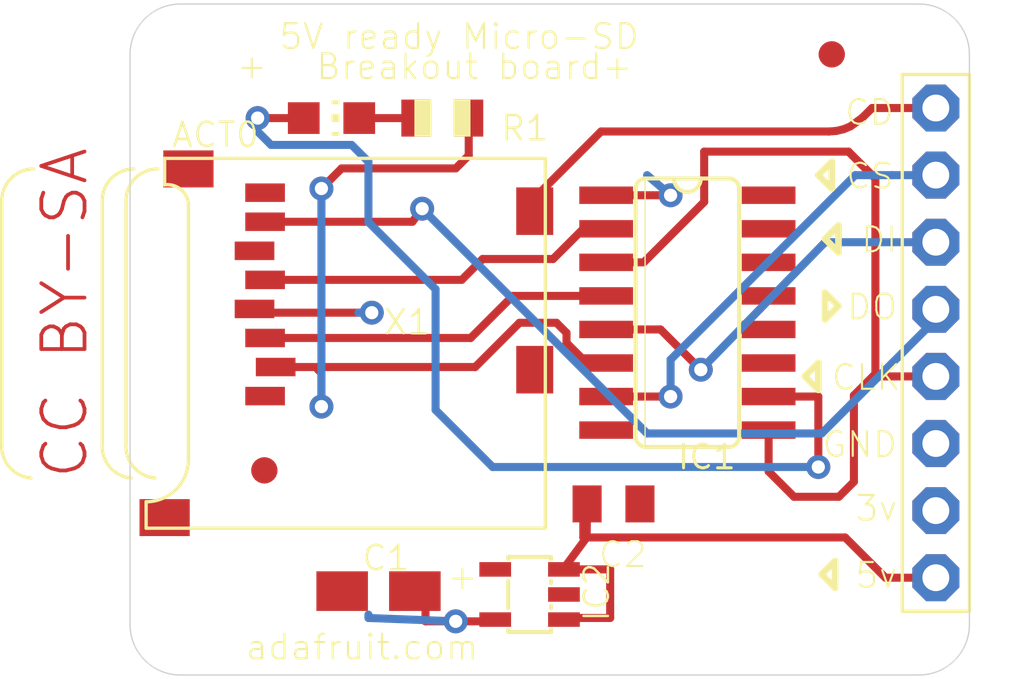
<source format=kicad_pcb>
(kicad_pcb (version 20221018) (generator pcbnew)
  (layers (0 "F.Cu" signal) (1 "In1.Cu" signal) (2 "In2.Cu" signal) (3 "In3.Cu" signal) (4 "In4.Cu" signal) (5 "In5.Cu" signal) (6 "In6.Cu" signal) (7 "In7.Cu" signal) (8 "In8.Cu" signal) (9 "In9.Cu" signal) (10 "In10.Cu" signal) (11 "In11.Cu" signal) (12 "In12.Cu" signal) (13 "In13.Cu" signal) (14 "In14.Cu" signal) (31 "B.Cu" signal) (34 "B.Paste" user) (35 "F.Paste" user) (36 "B.SilkS" user "B.Silkscreen") (37 "F.SilkS" user "F.Silkscreen") (38 "B.Mask" user) (39 "F.Mask" user) (44 "Edge.Cuts" user))
  (net 0 "")
  (net 1 "GND")
  (net 2 "+3V3")
  (net 3 "N$1")
  (net 4 "N$2")
  (net 5 "N$3")
  (net 6 "VCC")
  (net 7 "CD")
  (net 8 "DO")
  (net 9 "DI")
  (net 10 "CLK")
  (net 11 "CS")
  (net 12 "N$4")
  (net 13 "N$5")
  (footprint "" (layer "F.Cu") (at 135.1661 115.1636)
    (fp_text reference "@HOLE1" hide)
    (fp_text value "" (at 0 0) (layer "F.SilkS") (effects (font (size 1.27 1.27))))
    (pad "" np_thru_hole circle (at 0 0) (size 2.2 2.2) (drill 2.2) (layers "*.Cu" "*.Mask"))
  )
  (footprint "" (layer "F.Cu") (at 135.1661 94.8436)
    (fp_text reference "@HOLE0" hide)
    (fp_text value "" (at 0 0) (layer "F.SilkS") (effects (font (size 1.27 1.27))))
    (pad "" np_thru_hole circle (at 0 0) (size 2.2 2.2) (drill 2.2) (layers "*.Cu" "*.Mask"))
  )
  (footprint "microsd:FIDUCIAL_1MM" (layer "F.Cu") (at 137.7061 109.9566)
    (fp_text reference "U$1" hide)
    (fp_text value "FIDUCIAL" hide)
    (pad "1" smd roundrect (at 0 0) (size 1 1) (layers "F.Cu") (roundrect_rratio 0.5))
  )
  (footprint "microsd:CHIP-LED0805" (layer "F.Cu") (at 140.2461 96.6216 -90)
    (fp_text reference "ACT0" (at 0.635 6.096) (layer "F.SilkS") (effects (font (size 0.922528 0.922528) (thickness 0.093472)) (justify left)))
    (fp_text value "RED")
    (fp_text user "+" (at -1.27 2.54 -90) (layer "F.SilkS") (effects (font (size 0.93472 0.93472) (thickness 0.08128)) (justify left bottom)))
    (fp_poly (pts (xy -0.675 0) (xy -0.525 0) (xy -0.525 -0.3) (xy -0.675 -0.3)) (fill solid) (layer "F.SilkS"))
    (fp_poly (pts (xy -0.15 0) (xy 0.15 0) (xy 0.15 -0.3) (xy -0.15 -0.3)) (fill solid) (layer "F.SilkS"))
    (fp_poly (pts (xy 0.525 0) (xy 0.675 0) (xy 0.675 -0.3) (xy 0.525 -0.3)) (fill solid) (layer "F.SilkS"))
    (pad "A" smd rect (at 0 1.05 270) (size 1.2 1.2) (layers "F.Cu" "F.Paste" "F.Mask") (net 3 "N$1"))
    (pad "C" smd rect (at 0 -1.05 270) (size 1.2 1.2) (layers "F.Cu" "F.Paste" "F.Mask") (net 12 "N$4"))
  )
  (footprint "microsd:1X08-BIG" (layer "F.Cu") (at 163.1061 105.1306 90)
    (fp_text reference "JP1" hide)
    (fp_text value "")
    (fp_line (start -10.16 -1.27) (end 10.16 -1.27) (stroke (width 0.127)) (layer "F.SilkS"))
    (fp_line (start -10.16 1.27) (end -10.16 -1.27) (stroke (width 0.127)) (layer "F.SilkS"))
    (fp_line (start 10.16 -1.27) (end 10.16 1.27) (stroke (width 0.127)) (layer "F.SilkS"))
    (fp_line (start 10.16 1.27) (end -10.16 1.27) (stroke (width 0.127)) (layer "F.SilkS"))
    (pad "1" thru_hole roundrect (at -8.89 0 180) (size 1.778 1.778) (drill 1.016) (layers "*.Cu" "*.Mask") (chamfer_ratio 0.2928932188) (chamfer top_left top_right bottom_left bottom_right) (net 6 "VCC"))
    (pad "2" thru_hole roundrect (at -6.35 0 180) (size 1.778 1.778) (drill 1.016) (layers "*.Cu" "*.Mask") (chamfer_ratio 0.2928932188) (chamfer top_left top_right bottom_left bottom_right) (net 2 "+3V3"))
    (pad "3" thru_hole roundrect (at -3.81 0 180) (size 1.778 1.778) (drill 1.016) (layers "*.Cu" "*.Mask") (chamfer_ratio 0.2928932188) (chamfer top_left top_right bottom_left bottom_right) (net 1 "GND"))
    (pad "4" thru_hole roundrect (at -1.27 0 180) (size 1.778 1.778) (drill 1.016) (layers "*.Cu" "*.Mask") (chamfer_ratio 0.2928932188) (chamfer top_left top_right bottom_left bottom_right) (net 10 "CLK"))
    (pad "5" thru_hole roundrect (at 1.27 0 180) (size 1.778 1.778) (drill 1.016) (layers "*.Cu" "*.Mask") (chamfer_ratio 0.2928932188) (chamfer top_left top_right bottom_left bottom_right) (net 8 "DO"))
    (pad "6" thru_hole roundrect (at 3.81 0 180) (size 1.778 1.778) (drill 1.016) (layers "*.Cu" "*.Mask") (chamfer_ratio 0.2928932188) (chamfer top_left top_right bottom_left bottom_right) (net 9 "DI"))
    (pad "7" thru_hole roundrect (at 6.35 0 180) (size 1.778 1.778) (drill 1.016) (layers "*.Cu" "*.Mask") (chamfer_ratio 0.2928932188) (chamfer top_left top_right bottom_left bottom_right) (net 11 "CS"))
    (pad "8" thru_hole roundrect (at 8.89 0 180) (size 1.778 1.778) (drill 1.016) (layers "*.Cu" "*.Mask") (chamfer_ratio 0.2928932188) (chamfer top_left top_right bottom_left bottom_right) (net 7 "CD"))
  )
  (footprint "microsd:FIDUCIAL_1MM" (layer "F.Cu") (at 159.1691 94.2086)
    (fp_text reference "U$2" hide)
    (fp_text value "FIDUCIAL" hide)
    (pad "1" smd roundrect (at 0 0) (size 1 1) (layers "F.Cu") (roundrect_rratio 0.5))
  )
  (footprint "" (layer "F.Cu") (at 155.4861 94.8436)
    (fp_text reference "@HOLE2" hide)
    (fp_text value "" (at 0 0) (layer "F.SilkS") (effects (font (size 1.27 1.27))))
    (pad "" np_thru_hole circle (at 0 0) (size 2.2 2.2) (drill 2.2) (layers "*.Cu" "*.Mask"))
  )
  (footprint "microsd:SOT23-5L" (layer "F.Cu") (at 147.7391 114.6556 90)
    (fp_text reference "IC2" (at 1.27 2.54 90) (layer "F.SilkS") (effects (font (size 0.922528 0.922528) (thickness 0.093472)) (justify right)))
    (fp_text value "LP298XS")
    (fp_line (start -1.422 -0.81) (end -1.328 -0.81) (stroke (width 0.1524)) (layer "F.SilkS"))
    (fp_line (start -1.422 0.81) (end -1.422 -0.81) (stroke (width 0.1524)) (layer "F.SilkS"))
    (fp_line (start -1.328 0.81) (end -1.422 0.81) (stroke (width 0.1524)) (layer "F.SilkS"))
    (fp_line (start -0.522 -0.81) (end 0.522 -0.81) (stroke (width 0.1524)) (layer "F.SilkS"))
    (fp_line (start -0.428 0.81) (end -0.522 0.81) (stroke (width 0.1524)) (layer "F.SilkS"))
    (fp_line (start 0.522 0.81) (end 0.428 0.81) (stroke (width 0.1524)) (layer "F.SilkS"))
    (fp_line (start 1.328 -0.81) (end 1.422 -0.81) (stroke (width 0.1524)) (layer "F.SilkS"))
    (fp_line (start 1.422 -0.81) (end 1.422 0.81) (stroke (width 0.1524)) (layer "F.SilkS"))
    (fp_line (start 1.422 0.81) (end 1.328 0.81) (stroke (width 0.1524)) (layer "F.SilkS"))
    (pad "1" smd rect (at -0.95 1.3 90) (size 0.55 1.2) (layers "F.Cu" "F.Paste" "F.Mask") (net 6 "VCC"))
    (pad "2" smd rect (at 0 1.3 90) (size 0.55 1.2) (layers "F.Cu" "F.Paste" "F.Mask") (net 1 "GND"))
    (pad "3" smd rect (at 0.95 1.3 90) (size 0.55 1.2) (layers "F.Cu" "F.Paste" "F.Mask") (net 6 "VCC"))
    (pad "4" smd rect (at 0.95 -1.3 90) (size 0.55 1.2) (layers "F.Cu" "F.Paste" "F.Mask"))
    (pad "5" smd rect (at -0.95 -1.3 90) (size 0.55 1.2) (layers "F.Cu" "F.Paste" "F.Mask") (net 2 "+3V3"))
  )
  (footprint "microsd:MICROSD" (layer "F.Cu") (at 148.3741 98.1456 -90)
    (fp_text reference "X1" (at 6.199 6.206) (layer "F.SilkS") (effects (font (size 0.922528 0.922528) (thickness 0.093472)) (justify left)))
    (fp_text value "MICROSD" hide)
    (fp_line (start 0 0.04) (end 0 14.44) (stroke (width 0.127)) (layer "F.SilkS"))
    (fp_line (start 0 14.44) (end 1 14.44) (stroke (width 0.127)) (layer "F.SilkS"))
    (fp_line (start 1.6 15.9) (end 10.8 15.9) (stroke (width 0.127)) (layer "F.SilkS"))
    (fp_line (start 1.6 16.8) (end 10.8 16.8) (stroke (width 0.127)) (layer "F.SilkS"))
    (fp_line (start 1.6 20.6) (end 10.8 20.6) (stroke (width 0.127)) (layer "F.SilkS"))
    (fp_line (start 1.7 13.54) (end 11.4 13.54) (stroke (width 0.127)) (layer "F.SilkS"))
    (fp_line (start 13 15.14) (end 14 15.14) (stroke (width 0.127)) (layer "F.SilkS"))
    (fp_line (start 14 0.04) (end 0 0.04) (stroke (width 0.127)) (layer "F.SilkS"))
    (fp_line (start 14 15.14) (end 14 0.04) (stroke (width 0.127)) (layer "F.SilkS"))
    (fp_arc (start 1 14.44) (mid 1.163604 13.845025) (end 1.7 13.54) (stroke (width 0.127)) (layer "F.SilkS"))
    (fp_arc (start 1.6 15.9) (mid 0.751472 15.548528) (end 0.4 14.7) (stroke (width 0.127)) (layer "F.SilkS"))
    (fp_arc (start 1.6 16.8) (mid 0.751472 16.448528) (end 0.4 15.6) (stroke (width 0.127)) (layer "F.SilkS"))
    (fp_arc (start 1.6 20.6) (mid 0.751472 20.248528) (end 0.4 19.4) (stroke (width 0.127)) (layer "F.SilkS"))
    (fp_arc (start 11.4 13.54) (mid 12.531371 14.008629) (end 13 15.14) (stroke (width 0.127)) (layer "F.SilkS"))
    (fp_arc (start 12.1 14.8) (mid 11.677817 15.619239) (end 10.8 15.9) (stroke (width 0.127)) (layer "F.SilkS"))
    (fp_arc (start 12.1 15.7) (mid 11.677817 16.519239) (end 10.8 16.8) (stroke (width 0.127)) (layer "F.SilkS"))
    (fp_arc (start 12.1 19.5) (mid 11.677817 20.319239) (end 10.8 20.6) (stroke (width 0.127)) (layer "F.SilkS"))
    (pad "1" smd rect (at 9 10.64 270) (size 0.7 1.5) (layers "F.Cu" "F.Paste" "F.Mask"))
    (pad "2" smd rect (at 7.9 10.24 270) (size 0.7 1.5) (layers "F.Cu" "F.Paste" "F.Mask") (net 5 "N$3"))
    (pad "3" smd rect (at 6.8 10.64 270) (size 0.7 1.5) (layers "F.Cu" "F.Paste" "F.Mask") (net 13 "N$5"))
    (pad "4" smd rect (at 5.7 11.04 270) (size 0.7 1.5) (layers "F.Cu" "F.Paste" "F.Mask") (net 2 "+3V3"))
    (pad "5" smd rect (at 4.6 10.64 270) (size 0.7 1.5) (layers "F.Cu" "F.Paste" "F.Mask") (net 4 "N$2"))
    (pad "6" smd rect (at 3.5 11.04 270) (size 0.7 1.5) (layers "F.Cu" "F.Paste" "F.Mask") (net 1 "GND"))
    (pad "7" smd rect (at 2.4 10.64 270) (size 0.7 1.5) (layers "F.Cu" "F.Paste" "F.Mask") (net 8 "DO"))
    (pad "8" smd rect (at 1.3 10.64 270) (size 0.7 1.5) (layers "F.Cu" "F.Paste" "F.Mask"))
    (pad "CD1" smd rect (at 2 0.44) (size 1.4 1.8) (layers "F.Cu" "F.Paste" "F.Mask") (net 7 "CD"))
    (pad "CD2" smd rect (at 8 0.44) (size 1.4 1.8) (layers "F.Cu" "F.Paste" "F.Mask"))
    (pad "MT1" smd rect (at 0.4 13.54 270) (size 1.4 1.9) (layers "F.Cu" "F.Paste" "F.Mask") (net 1 "GND"))
    (pad "MT2" smd rect (at 13.6 14.44 270) (size 1.4 1.9) (layers "F.Cu" "F.Paste" "F.Mask") (net 1 "GND"))
  )
  (footprint "" (layer "F.Cu") (at 155.4861 115.1636)
    (fp_text reference "@HOLE3" hide)
    (fp_text value "" (at 0 0) (layer "F.SilkS") (effects (font (size 1.27 1.27))))
    (pad "" np_thru_hole circle (at 0 0) (size 2.2 2.2) (drill 2.2) (layers "*.Cu" "*.Mask"))
  )
  (footprint "microsd:SO16" (layer "F.Cu") (at 153.7081 103.9876 -90)
    (fp_text reference "IC1" (at 5.461 -1.905) (layer "F.SilkS") (effects (font (size 0.9017 0.9017) (thickness 0.1143)) (justify right)))
    (fp_text value "4050D")
    (fp_line (start -5.08 -1.5748) (end -5.08 -0.508) (stroke (width 0.1524)) (layer "F.SilkS"))
    (fp_line (start -5.08 -0.508) (end -5.08 0.508) (stroke (width 0.1524)) (layer "F.SilkS"))
    (fp_line (start -5.08 0.508) (end -5.08 1.5748) (stroke (width 0.1524)) (layer "F.SilkS"))
    (fp_line (start -5.08 1.6002) (end 5.08 1.6002) (stroke (width 0.0508)) (layer "F.SilkS"))
    (fp_line (start -4.699 1.9558) (end 4.699 1.9558) (stroke (width 0.1524)) (layer "F.SilkS"))
    (fp_line (start 4.699 -1.9558) (end -4.699 -1.9558) (stroke (width 0.1524)) (layer "F.SilkS"))
    (fp_line (start 5.08 1.5748) (end 5.08 -1.5748) (stroke (width 0.1524)) (layer "F.SilkS"))
    (fp_arc (start -5.08 -1.5748) (mid -4.968408 -1.844208) (end -4.699 -1.9558) (stroke (width 0.1524)) (layer "F.SilkS"))
    (fp_arc (start -5.08 -0.508) (mid -4.572 0) (end -5.08 0.508) (stroke (width 0.1524)) (layer "F.SilkS"))
    (fp_arc (start -4.699 1.9558) (mid -4.968408 1.844208) (end -5.08 1.5748) (stroke (width 0.1524)) (layer "F.SilkS"))
    (fp_arc (start 4.699 -1.9558) (mid 4.968408 -1.844208) (end 5.08 -1.5748) (stroke (width 0.1524)) (layer "F.SilkS"))
    (fp_arc (start 5.08 1.5748) (mid 4.968408 1.844208) (end 4.699 1.9558) (stroke (width 0.1524)) (layer "F.SilkS"))
    (pad "1" smd rect (at -4.445 3.0734 270) (size 0.6604 2.032) (layers "F.Cu" "F.Paste" "F.Mask") (net 2 "+3V3"))
    (pad "2" smd rect (at -3.175 3.0734 270) (size 0.6604 2.032) (layers "F.Cu" "F.Paste" "F.Mask") (net 4 "N$2"))
    (pad "3" smd rect (at -1.905 3.0734 270) (size 0.6604 2.032) (layers "F.Cu" "F.Paste" "F.Mask") (net 10 "CLK"))
    (pad "4" smd rect (at -0.635 3.0734 270) (size 0.6604 2.032) (layers "F.Cu" "F.Paste" "F.Mask") (net 13 "N$5"))
    (pad "5" smd rect (at 0.635 3.0734 270) (size 0.6604 2.032) (layers "F.Cu" "F.Paste" "F.Mask") (net 9 "DI"))
    (pad "6" smd rect (at 1.905 3.0734 270) (size 0.6604 2.032) (layers "F.Cu" "F.Paste" "F.Mask") (net 5 "N$3"))
    (pad "7" smd rect (at 3.175 3.0734 270) (size 0.6604 2.032) (layers "F.Cu" "F.Paste" "F.Mask") (net 11 "CS"))
    (pad "8" smd rect (at 4.445 3.0734 270) (size 0.6604 2.032) (layers "F.Cu" "F.Paste" "F.Mask") (net 1 "GND"))
    (pad "9" smd rect (at 4.445 -3.0734 270) (size 0.6604 2.032) (layers "F.Cu" "F.Paste" "F.Mask") (net 10 "CLK"))
    (pad "10" smd rect (at 3.175 -3.0734 270) (size 0.6604 2.032) (layers "F.Cu" "F.Paste" "F.Mask") (net 3 "N$1"))
    (pad "11" smd rect (at 1.905 -3.0734 270) (size 0.6604 2.032) (layers "F.Cu" "F.Paste" "F.Mask") (net 1 "GND"))
    (pad "12" smd rect (at 0.635 -3.0734 270) (size 0.6604 2.032) (layers "F.Cu" "F.Paste" "F.Mask"))
    (pad "13" smd rect (at -0.635 -3.0734 270) (size 0.6604 2.032) (layers "F.Cu" "F.Paste" "F.Mask"))
    (pad "14" smd rect (at -1.905 -3.0734 270) (size 0.6604 2.032) (layers "F.Cu" "F.Paste" "F.Mask") (net 1 "GND"))
    (pad "15" smd rect (at -3.175 -3.0734 270) (size 0.6604 2.032) (layers "F.Cu" "F.Paste" "F.Mask"))
    (pad "16" smd rect (at -4.445 -3.0734 270) (size 0.6604 2.032) (layers "F.Cu" "F.Paste" "F.Mask"))
  )
  (footprint "microsd:R0805" (layer "F.Cu") (at 144.4371 96.6216 180)
    (fp_text reference "R1" (at -2.159 -0.381) (layer "F.SilkS") (effects (font (size 0.922528 0.922528) (thickness 0.093472)) (justify left)))
    (fp_text value "1K")
    (fp_poly (pts (xy -1.0668 0.6985) (xy -0.4168 0.6985) (xy -0.4168 -0.7015) (xy -1.0668 -0.7015)) (fill solid) (layer "F.SilkS"))
    (fp_poly (pts (xy 0.4064 0.6985) (xy 1.0564 0.6985) (xy 1.0564 -0.7015) (xy 0.4064 -0.7015)) (fill solid) (layer "F.SilkS"))
    (pad "1" smd rect (at -1 0 180) (size 1.1 1.4) (layers "F.Cu" "F.Paste" "F.Mask") (net 5 "N$3"))
    (pad "2" smd rect (at 1 0 180) (size 1.1 1.4) (layers "F.Cu" "F.Paste" "F.Mask") (net 12 "N$4"))
  )
  (footprint "microsd:A_3216-18R" (layer "F.Cu") (at 142.0241 114.5286)
    (fp_text reference "C1" (at -0.68 -1.254) (layer "F.SilkS") (effects (font (size 0.922528 0.922528) (thickness 0.093472)) (justify left)))
    (fp_text value "10uF/10V")
    (fp_text user "+" (at 2.54 0) (layer "F.SilkS") (effects (font (size 0.93472 0.93472) (thickness 0.08128)) (justify left bottom)))
    (pad "+" smd rect (at 1.375 0) (size 1.95 1.5) (layers "F.Cu" "F.Paste" "F.Mask") (net 2 "+3V3"))
    (pad "-" smd rect (at -1.375 0) (size 1.95 1.5) (layers "F.Cu" "F.Paste" "F.Mask") (net 1 "GND"))
  )
  (footprint "microsd:C0805K" (layer "F.Cu") (at 150.9141 111.2266)
    (fp_text reference "C2" (at -0.619 1.919) (layer "F.SilkS") (effects (font (size 0.941222 0.941222) (thickness 0.074778)) (justify left)))
    (fp_text value "0.1uF")
    (pad "1" smd rect (at -1 0) (size 1.1 1.4) (layers "F.Cu" "F.Paste" "F.Mask") (net 6 "VCC"))
    (pad "2" smd rect (at 1 0) (size 1.1 1.4) (layers "F.Cu" "F.Paste" "F.Mask") (net 1 "GND"))
  )
  (gr_line (start 158.1531 106.4006) (end 158.6611 105.8926) (stroke (width 0.254)) (layer "F.SilkS"))
  (gr_line (start 159.1691 99.2886) (end 158.6611 98.7806) (stroke (width 0.254)) (layer "F.SilkS"))
  (gr_line (start 159.2961 113.3856) (end 159.2961 114.4016) (stroke (width 0.254)) (layer "F.SilkS"))
  (gr_line (start 158.9151 101.1936) (end 159.4231 100.6856) (stroke (width 0.254)) (layer "F.SilkS"))
  (gr_line (start 159.4231 103.7336) (end 158.9151 104.2416) (stroke (width 0.254)) (layer "F.SilkS"))
  (gr_line (start 158.9151 104.2416) (end 158.9151 103.2256) (stroke (width 0.254)) (layer "F.SilkS"))
  (gr_line (start 158.6611 105.8926) (end 158.6611 106.9086) (stroke (width 0.254)) (layer "F.SilkS"))
  (gr_line (start 158.7881 113.8936) (end 159.2961 113.3856) (stroke (width 0.254)) (layer "F.SilkS"))
  (gr_line (start 159.2961 114.4016) (end 158.7881 113.8936) (stroke (width 0.254)) (layer "F.SilkS"))
  (gr_line (start 158.6611 106.9086) (end 158.1531 106.4006) (stroke (width 0.254)) (layer "F.SilkS"))
  (gr_line (start 158.9151 103.2256) (end 159.4231 103.7336) (stroke (width 0.254)) (layer "F.SilkS"))
  (gr_line (start 159.1691 98.2726) (end 159.1691 99.2886) (stroke (width 0.254)) (layer "F.SilkS"))
  (gr_line (start 159.4231 100.6856) (end 159.4231 101.7016) (stroke (width 0.254)) (layer "F.SilkS"))
  (gr_line (start 159.4231 101.7016) (end 158.9151 101.1936) (stroke (width 0.254)) (layer "F.SilkS"))
  (gr_line (start 158.6611 98.7806) (end 159.1691 98.2726) (stroke (width 0.254)) (layer "F.SilkS"))
  (gr_arc (start 164.3761 115.7986) (mid 163.818138 117.145638) (end 162.4711 117.7036) (stroke (width 0.05)) (layer "Edge.Cuts"))
  (gr_arc (start 132.6261 94.2086) (mid 133.184062 92.861562) (end 134.5311 92.3036) (stroke (width 0.05)) (layer "Edge.Cuts"))
  (gr_arc (start 162.4711 92.3036) (mid 163.818138 92.861562) (end 164.3761 94.2086) (stroke (width 0.05)) (layer "Edge.Cuts"))
  (gr_line (start 132.6261 115.7986) (end 132.6261 94.2086) (stroke (width 0.05)) (layer "Edge.Cuts"))
  (gr_line (start 164.3761 94.2086) (end 164.3761 115.7986) (stroke (width 0.05)) (layer "Edge.Cuts"))
  (gr_arc (start 134.5311 117.7036) (mid 133.184062 117.145638) (end 132.6261 115.7986) (stroke (width 0.05)) (layer "Edge.Cuts"))
  (gr_line (start 134.5311 92.3036) (end 162.4711 92.3036) (stroke (width 0.05)) (layer "Edge.Cuts"))
  (gr_line (start 162.4711 117.7036) (end 134.5311 117.7036) (stroke (width 0.05)) (layer "Edge.Cuts"))
  (gr_text "CC BY-SA" (at 129.1971 97.6376 90) (layer "F.Cu") (effects (font (size 1.63576 1.63576) (thickness 0.14224)) (justify right top)))
  (gr_text "CD" (at 161.5821 95.8596) (layer "F.SilkS") (effects (font (size 0.93472 0.93472) (thickness 0.08128)) (justify right top)))
  (gr_text "Breakout board+" (at 139.6111 95.2246) (layer "F.SilkS") (effects (font (size 0.93472 0.93472) (thickness 0.08128)) (justify left bottom)))
  (gr_text "5v" (at 161.7091 113.3856) (layer "F.SilkS") (effects (font (size 0.93472 0.93472) (thickness 0.08128)) (justify right top)))
  (gr_text "CS" (at 161.5821 98.2726) (layer "F.SilkS") (effects (font (size 0.93472 0.93472) (thickness 0.08128)) (justify right top)))
  (gr_text "DO" (at 161.7091 103.2256) (layer "F.SilkS") (effects (font (size 0.93472 0.93472) (thickness 0.08128)) (justify right top)))
  (gr_text "GND" (at 161.7091 108.4326) (layer "F.SilkS") (effects (font (size 0.93472 0.93472) (thickness 0.08128)) (justify right top)))
  (gr_text "5V ready Micro-SD" (at 138.2141 94.0816) (layer "F.SilkS") (effects (font (size 0.93472 0.93472) (thickness 0.08128)) (justify left bottom)))
  (gr_text "CLK" (at 161.8361 105.8926) (layer "F.SilkS") (effects (font (size 0.93472 0.93472) (thickness 0.08128)) (justify right top)))
  (gr_text "adafruit.com" (at 136.9441 117.1956) (layer "F.SilkS") (effects (font (size 0.93472 0.93472) (thickness 0.08128)) (justify left bottom)))
  (gr_text "DI" (at 161.7091 100.6856) (layer "F.SilkS") (effects (font (size 0.93472 0.93472) (thickness 0.08128)) (justify right top)))
  (gr_text "3v" (at 161.7091 110.8456) (layer "F.SilkS") (effects (font (size 0.93472 0.93472) (thickness 0.08128)) (justify right top)))
  (segment (start 150.6347 99.5426) (end 153.0731 99.5426) (width 0.3048) (layer "F.Cu") (net 2))
  (segment (start 137.3341 103.8456) (end 137.3491 103.9876) (width 0.3048) (layer "F.Cu") (net 2))
  (segment (start 143.8021 114.5286) (end 143.3991 114.5286) (width 0.3048) (layer "F.Cu") (net 2))
  (segment (start 144.9451 115.6716) (end 143.8021 115.6716) (width 0.3048) (layer "F.Cu") (net 2))
  (segment (start 144.9451 115.6716) (end 144.9761 115.6716) (width 0.3048) (layer "F.Cu") (net 2))
  (segment (start 144.9451 115.6716) (end 146.3731 115.6716) (width 0.3048) (layer "F.Cu") (net 2))
  (segment (start 146.3731 115.6716) (end 146.4391 115.6056) (width 0.3048) (layer "F.Cu") (net 2))
  (segment (start 137.3491 103.9876) (end 141.7701 103.9876) (width 0.3048) (layer "F.Cu") (net 2))
  (segment (start 143.8021 115.6716) (end 143.8021 114.5286) (width 0.3048) (layer "F.Cu") (net 2))
  (via (at 153.0731 99.5426) (size 0.9064) (drill 0.5) (layers "F.Cu" "B.Cu") (net 2))
  (via (at 144.9451 115.6716) (size 0.9064) (drill 0.5) (layers "F.Cu" "B.Cu") (net 2))
  (via (at 141.7701 103.9876) (size 0.9064) (drill 0.5) (layers "F.Cu" "B.Cu") (net 2))
  (segment (start 153.0731 99.5426) (end 152.1841 98.7806) (width 0.3048) (layer "B.Cu") (net 2))
  (segment (start 141.6431 115.4176) (end 141.6431 115.5446) (width 0.3048) (layer "B.Cu") (net 2))
  (segment (start 141.7701 103.9876) (end 141.2621 103.9876) (width 0.3048) (layer "B.Cu") (net 2))
  (segment (start 141.6431 115.5446) (end 144.9451 115.6716) (width 0.3048) (layer "B.Cu") (net 2))
  (segment (start 158.6611 107.1626) (end 156.7815 107.1626) (width 0.3048) (layer "F.Cu") (net 3))
  (segment (start 137.4521 96.6216) (end 139.1961 96.6216) (width 0.3048) (layer "F.Cu") (net 3))
  (segment (start 158.6611 109.8296) (end 158.6611 107.1626) (width 0.3048) (layer "F.Cu") (net 3))
  (via (at 137.4521 96.6216) (size 0.9064) (drill 0.5) (layers "F.Cu" "B.Cu") (net 3))
  (via (at 158.6611 109.8296) (size 0.9064) (drill 0.5) (layers "F.Cu" "B.Cu") (net 3))
  (segment (start 137.9601 97.6376) (end 137.4521 97.1296) (width 0.3048) (layer "B.Cu") (net 3))
  (segment (start 141.6431 100.5586) (end 141.6431 98.2726) (width 0.3048) (layer "B.Cu") (net 3))
  (segment (start 141.0081 97.6376) (end 137.9601 97.6376) (width 0.3048) (layer "B.Cu") (net 3))
  (segment (start 137.4521 97.1296) (end 137.4521 96.6216) (width 0.3048) (layer "B.Cu") (net 3))
  (segment (start 144.1831 107.6706) (end 146.3421 109.8296) (width 0.3048) (layer "B.Cu") (net 3))
  (segment (start 141.6431 98.2726) (end 141.0081 97.6376) (width 0.3048) (layer "B.Cu") (net 3))
  (segment (start 144.1831 103.0986) (end 141.6431 100.5586) (width 0.3048) (layer "B.Cu") (net 3))
  (segment (start 144.1831 107.6706) (end 144.1831 103.0986) (width 0.3048) (layer "B.Cu") (net 3))
  (segment (start 146.3421 109.8296) (end 158.6611 109.8296) (width 0.3048) (layer "B.Cu") (net 3))
  (segment (start 150.6347 100.8126) (end 150.7871 100.8126) (width 0.3048) (layer "F.Cu") (net 4))
  (segment (start 148.6281 101.9556) (end 149.7711 100.8126) (width 0.3048) (layer "F.Cu") (net 4))
  (segment (start 149.7711 100.8126) (end 150.6347 100.8126) (width 0.3048) (layer "F.Cu") (net 4))
  (segment (start 145.9611 101.9556) (end 148.6281 101.9556) (width 0.3048) (layer "F.Cu") (net 4))
  (segment (start 145.1711 102.7456) (end 145.9611 101.9556) (width 0.3048) (layer "F.Cu") (net 4))
  (segment (start 137.7341 102.7456) (end 145.1711 102.7456) (width 0.3048) (layer "F.Cu") (net 4))
  (segment (start 145.6811 106.0456) (end 147.3581 104.3686) (width 0.3048) (layer "F.Cu") (net 5))
  (segment (start 148.7551 104.3686) (end 149.1361 104.7496) (width 0.3048) (layer "F.Cu") (net 5))
  (segment (start 150.7871 105.8926) (end 150.9141 105.7656) (width 0.3048) (layer "F.Cu") (net 5))
  (segment (start 139.8651 99.2886) (end 140.6271 98.5266) (width 0.3048) (layer "F.Cu") (net 5))
  (segment (start 149.1361 104.7496) (end 149.1361 105.1306) (width 0.3048) (layer "F.Cu") (net 5))
  (segment (start 150.7871 105.8926) (end 150.6347 105.8926) (width 0.3048) (layer "F.Cu") (net 5))
  (segment (start 140.6271 98.5266) (end 144.9451 98.5266) (width 0.3048) (layer "F.Cu") (net 5))
  (segment (start 149.1361 105.1306) (end 149.8981 105.8926) (width 0.3048) (layer "F.Cu") (net 5))
  (segment (start 139.7381 106.1466) (end 139.8651 106.2736) (width 0.3048) (layer "F.Cu") (net 5))
  (segment (start 138.1341 106.0456) (end 139.7381 106.0456) (width 0.3048) (layer "F.Cu") (net 5))
  (segment (start 149.8981 105.8926) (end 150.7871 105.8926) (width 0.3048) (layer "F.Cu") (net 5))
  (segment (start 139.7381 106.0456) (end 145.6811 106.0456) (width 0.3048) (layer "F.Cu") (net 5))
  (segment (start 145.4371 98.0346) (end 145.4371 96.6216) (width 0.3048) (layer "F.Cu") (net 5))
  (segment (start 139.8651 106.2736) (end 139.8651 107.5436) (width 0.3048) (layer "F.Cu") (net 5))
  (segment (start 147.3581 104.3686) (end 148.7551 104.3686) (width 0.3048) (layer "F.Cu") (net 5))
  (segment (start 144.9451 98.5266) (end 145.4371 98.0346) (width 0.3048) (layer "F.Cu") (net 5))
  (segment (start 139.7381 106.0456) (end 139.7381 106.1466) (width 0.3048) (layer "F.Cu") (net 5))
  (via (at 139.8651 107.5436) (size 0.9064) (drill 0.5) (layers "F.Cu" "B.Cu") (net 5))
  (via (at 139.8651 99.2886) (size 0.9064) (drill 0.5) (layers "F.Cu" "B.Cu") (net 5))
  (segment (start 139.8651 107.5436) (end 139.8651 99.2886) (width 0.3048) (layer "B.Cu") (net 5))
  (segment (start 149.8981 111.2266) (end 149.7711 111.3536) (width 0.3048) (layer "F.Cu") (net 6))
  (segment (start 149.7711 112.4966) (end 149.7711 111.3536) (width 0.3048) (layer "F.Cu") (net 6))
  (segment (start 149.1361 115.5446) (end 150.7871 115.5446) (width 0.3048) (layer "F.Cu") (net 6))
  (segment (start 150.7871 115.5446) (end 150.7871 113.7056) (width 0.3048) (layer "F.Cu") (net 6))
  (segment (start 149.0091 113.7056) (end 149.8981 112.4966) (width 0.3048) (layer "F.Cu") (net 6))
  (segment (start 161.2011 114.0206) (end 163.1061 114.0206) (width 0.3048) (layer "F.Cu") (net 6))
  (segment (start 159.6771 112.4966) (end 161.2011 114.0206) (width 0.3048) (layer "F.Cu") (net 6))
  (segment (start 149.0391 115.6056) (end 149.1361 115.6056) (width 0.3048) (layer "F.Cu") (net 6))
  (segment (start 149.9141 111.2266) (end 149.8981 111.2266) (width 0.3048) (layer "F.Cu") (net 6))
  (segment (start 150.7871 113.7056) (end 149.0391 113.7056) (width 0.3048) (layer "F.Cu") (net 6))
  (segment (start 149.0391 113.7056) (end 149.0091 113.7056) (width 0.3048) (layer "F.Cu") (net 6))
  (segment (start 149.1361 115.6056) (end 149.1361 115.5446) (width 0.3048) (layer "F.Cu") (net 6))
  (segment (start 149.8981 112.4966) (end 149.9141 111.2266) (width 0.3048) (layer "F.Cu") (net 6))
  (segment (start 149.8981 112.4966) (end 159.6771 112.4966) (width 0.3048) (layer "F.Cu") (net 6))
  (segment (start 149.8981 112.4966) (end 149.7711 112.4966) (width 0.3048) (layer "F.Cu") (net 6))
  (segment (start 159.0676 97.1296) (end 159.067601 97.1296) (width 0.3048) (layer "F.Cu") (net 7))
  (segment (start 147.9341 100.1456) (end 147.8661 100.4316) (width 0.3048) (layer "F.Cu") (net 7))
  (segment (start 150.4421 97.1296) (end 159.0676 97.1296) (width 0.3048) (layer "F.Cu") (net 7))
  (segment (start 163.1061 96.2406) (end 163.4871 96.2406) (width 0.3048) (layer "F.Cu") (net 7))
  (segment (start 159.345757 97.107712) (end 159.617064 97.042577) (width 0.3048) (layer "F.Cu") (net 7))
  (segment (start 159.87484 96.935801) (end 160.3249 96.6088) (width 0.3048) (layer "F.Cu") (net 7))
  (segment (start 147.8661 100.4316) (end 147.8661 99.7056) (width 0.3048) (layer "F.Cu") (net 7))
  (segment (start 160.3249 96.6088) (end 160.6931 96.2406) (width 0.3048) (layer "F.Cu") (net 7))
  (segment (start 160.6931 96.2406) (end 163.1061 96.2406) (width 0.3048) (layer "F.Cu") (net 7))
  (segment (start 147.8661 99.7056) (end 150.4421 97.1296) (width 0.3048) (layer "F.Cu") (net 7))
  (segment (start 159.067601 97.1296) (end 159.345757 97.107712) (width 0.3048) (layer "F.Cu") (net 7))
  (segment (start 159.617064 97.042577) (end 159.87484 96.935801) (width 0.3048) (layer "F.Cu") (net 7))
  (segment (start 137.7341 100.5456) (end 143.3071 100.5456) (width 0.3048) (layer "F.Cu") (net 8))
  (segment (start 143.3071 100.5456) (end 143.6751 100.0506) (width 0.3048) (layer "F.Cu") (net 8))
  (via (at 143.6751 100.0506) (size 0.9064) (drill 0.5) (layers "F.Cu" "B.Cu") (net 8))
  (segment (start 158.7881 108.5596) (end 163.3601 103.9876) (width 0.3048) (layer "B.Cu") (net 8))
  (segment (start 143.6751 100.0506) (end 152.1841 108.5596) (width 0.3048) (layer "B.Cu") (net 8))
  (segment (start 163.3601 103.8606) (end 163.1061 103.8606) (width 0.3048) (layer "B.Cu") (net 8))
  (segment (start 163.3601 103.9876) (end 163.3601 103.8606) (width 0.3048) (layer "B.Cu") (net 8))
  (segment (start 152.1841 108.5596) (end 158.7881 108.5596) (width 0.3048) (layer "B.Cu") (net 8))
  (segment (start 150.6347 104.5413) (end 150.6296 104.5362) (width 0.3048) (layer "F.Cu") (net 9))
  (segment (start 150.6347 104.6226) (end 150.6347 104.5413) (width 0.3048) (layer "F.Cu") (net 9))
  (segment (start 150.6347 104.5413) (end 150.716 104.6226) (width 0.3048) (layer "F.Cu") (net 9))
  (segment (start 150.716 104.6226) (end 152.6921 104.6226) (width 0.3048) (layer "F.Cu") (net 9))
  (segment (start 152.6921 104.6226) (end 154.2161 106.1466) (width 0.3048) (layer "F.Cu") (net 9))
  (via (at 154.2161 106.1466) (size 0.9064) (drill 0.5) (layers "F.Cu" "B.Cu") (net 9))
  (segment (start 158.9151 101.3206) (end 163.1061 101.3206) (width 0.3048) (layer "B.Cu") (net 9))
  (segment (start 154.2161 106.1466) (end 158.9151 101.3206) (width 0.3048) (layer "B.Cu") (net 9))
  (segment (start 157.7416 110.9574) (end 156.7815 109.9973) (width 0.3048) (layer "F.Cu") (net 10))
  (segment (start 163.1061 106.4006) (end 163.3601 106.4006) (width 0.3048) (layer "F.Cu") (net 10))
  (segment (start 152.0571 102.0826) (end 150.6347 102.0826) (width 0.3048) (layer "F.Cu") (net 10))
  (segment (start 154.3431 97.8916) (end 154.3431 99.7966) (width 0.3048) (layer "F.Cu") (net 10))
  (segment (start 159.4383 110.9574) (end 160.0073 110.3884) (width 0.3048) (layer "F.Cu") (net 10))
  (segment (start 160.8201 106.4006) (end 160.8201 98.9076) (width 0.3048) (layer "F.Cu") (net 10))
  (segment (start 160.7388 106.3854) (end 160.754 106.4006) (width 0.3048) (layer "F.Cu") (net 10))
  (segment (start 157.7416 110.9574) (end 159.4383 110.9574) (width 0.3048) (layer "F.Cu") (net 10))
  (segment (start 160.8201 106.4006) (end 163.1061 106.4006) (width 0.3048) (layer "F.Cu") (net 10))
  (segment (start 159.8041 97.8916) (end 154.3431 97.8916) (width 0.3048) (layer "F.Cu") (net 10))
  (segment (start 160.754 106.4006) (end 160.8201 106.4006) (width 0.3048) (layer "F.Cu") (net 10))
  (segment (start 160.0073 107.1169) (end 160.7388 106.3854) (width 0.3048) (layer "F.Cu") (net 10))
  (segment (start 154.3431 99.7966) (end 152.0571 102.0826) (width 0.3048) (layer "F.Cu") (net 10))
  (segment (start 160.8201 98.9076) (end 159.8041 97.8916) (width 0.3048) (layer "F.Cu") (net 10))
  (segment (start 156.7815 109.9973) (end 156.7815 108.4326) (width 0.3048) (layer "F.Cu") (net 10))
  (segment (start 160.0073 110.3884) (end 160.0073 107.1169) (width 0.3048) (layer "F.Cu") (net 10))
  (segment (start 150.6347 107.1626) (end 153.0731 107.1626) (width 0.3048) (layer "F.Cu") (net 11))
  (via (at 153.0731 107.1626) (size 0.9064) (drill 0.5) (layers "F.Cu" "B.Cu") (net 11))
  (segment (start 163.1061 98.7806) (end 163.3601 98.7806) (width 0.3048) (layer "B.Cu") (net 11))
  (segment (start 161.4551 98.7806) (end 163.1061 98.7806) (width 0.3048) (layer "B.Cu") (net 11))
  (segment (start 153.0731 105.7656) (end 160.0581 98.7806) (width 0.3048) (layer "B.Cu") (net 11))
  (segment (start 153.0731 107.1626) (end 153.0731 105.7656) (width 0.3048) (layer "B.Cu") (net 11))
  (segment (start 160.0581 98.7806) (end 161.4551 98.7806) (width 0.3048) (layer "B.Cu") (net 11))
  (segment (start 143.4211 96.4946) (end 143.4371 96.5106) (width 0.3048) (layer "F.Cu") (net 12))
  (segment (start 141.2961 96.6216) (end 143.2941 96.6216) (width 0.3048) (layer "F.Cu") (net 12))
  (segment (start 143.4371 96.5106) (end 143.4371 96.6216) (width 0.3048) (layer "F.Cu") (net 12))
  (segment (start 143.2941 96.6216) (end 143.4211 96.4946) (width 0.3048) (layer "F.Cu") (net 12))
  (segment (start 145.5111 104.9456) (end 147.1041 103.3526) (width 0.3048) (layer "F.Cu") (net 13))
  (segment (start 137.7341 104.9456) (end 145.5111 104.9456) (width 0.3048) (layer "F.Cu") (net 13))
  (segment (start 147.1041 103.3526) (end 150.6347 103.3526) (width 0.3048) (layer "F.Cu") (net 13))
)
</source>
